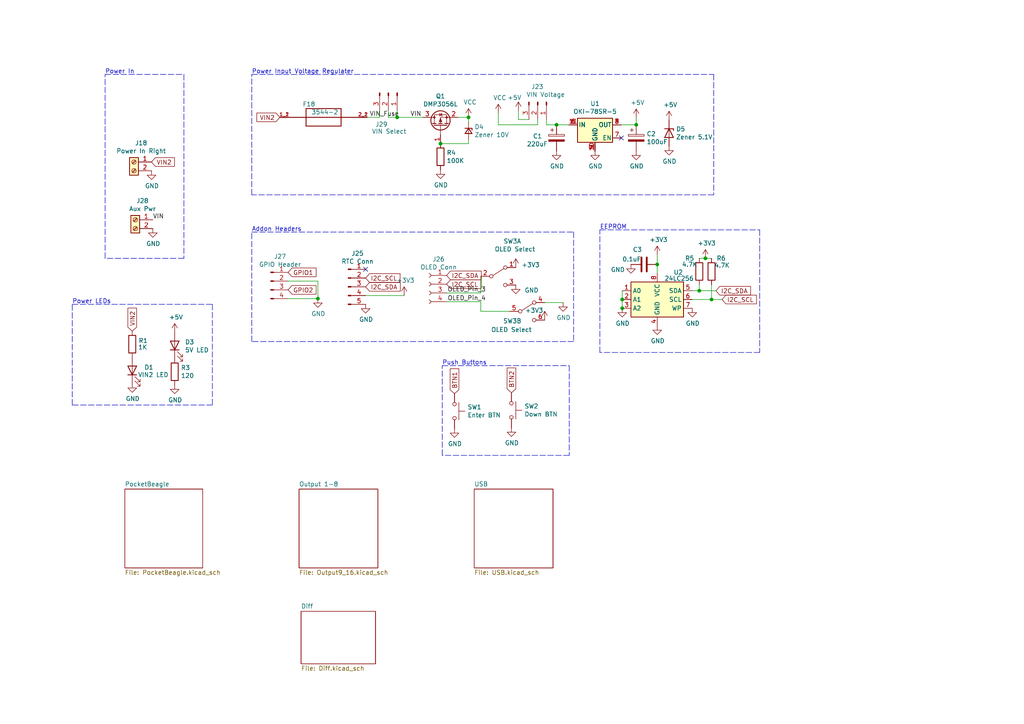
<source format=kicad_sch>
(kicad_sch (version 20211123) (generator eeschema)
  (paper "A4")
  (title_block (title "PB 8") (date "2022-06-05") (rev "v1") (company "Scott Hanson"))
  (lib_symbols
    (symbol "Connector:Conn_01x03_Male" (pin_names (offset 1.016) hide)
      (property "Reference" "J" (at 0 5.08 0))
      (property "Value" "Conn_01x03_Male" (at 0 -5.08 0))
      (symbol "Conn_01x03_Male_1_1"
        (polyline (pts (xy 1.27 -2.54) (xy 0.8636 -2.54)) (stroke (width 0.1524)))
        (polyline (pts (xy 1.27 0) (xy 0.8636 0)) (stroke (width 0.1524)))
        (polyline (pts (xy 1.27 2.54) (xy 0.8636 2.54)) (stroke (width 0.1524)))
        (rectangle (start 0.8636 -2.413) (end 0 -2.667) (stroke (width 0.1524)) (fill (type outline)))
        (rectangle (start 0.8636 0.127) (end 0 -0.127) (stroke (width 0.1524)) (fill (type outline)))
        (rectangle (start 0.8636 2.667) (end 0 2.413) (stroke (width 0.1524)) (fill (type outline)))
        (pin passive line (at 5.08 2.54 180) (length 3.81) (name "Pin_1") (number "1"))
        (pin passive line (at 5.08 0 180) (length 3.81) (name "Pin_2") (number "2"))
        (pin passive line (at 5.08 -2.54 180) (length 3.81) (name "Pin_3") (number "3"))
      )
    )
    (symbol "Connector:Conn_01x04_Female" (pin_names (offset 1.016) hide)
      (property "Reference" "J" (at 0 5.08 0))
      (property "Value" "Conn_01x04_Female" (at 0 -7.62 0))
      (symbol "Conn_01x04_Female_1_1"
        (arc (start 0 -4.572) (mid -0.508 -5.08) (end 0 -5.588) (stroke (width 0.1524)))
        (arc (start 0 -2.032) (mid -0.508 -2.54) (end 0 -3.048) (stroke (width 0.1524)))
        (polyline (pts (xy -1.27 -5.08) (xy -0.508 -5.08)) (stroke (width 0.1524)))
        (polyline (pts (xy -1.27 -2.54) (xy -0.508 -2.54)) (stroke (width 0.1524)))
        (polyline (pts (xy -1.27 0) (xy -0.508 0)) (stroke (width 0.1524)))
        (polyline (pts (xy -1.27 2.54) (xy -0.508 2.54)) (stroke (width 0.1524)))
        (arc (start 0 0.508) (mid -0.508 0) (end 0 -0.508) (stroke (width 0.1524)))
        (arc (start 0 3.048) (mid -0.508 2.54) (end 0 2.032) (stroke (width 0.1524)))
        (pin passive line (at -5.08 2.54 0) (length 3.81) (name "Pin_1") (number "1"))
        (pin passive line (at -5.08 0 0) (length 3.81) (name "Pin_2") (number "2"))
        (pin passive line (at -5.08 -2.54 0) (length 3.81) (name "Pin_3") (number "3"))
        (pin passive line (at -5.08 -5.08 0) (length 3.81) (name "Pin_4") (number "4"))
      )
    )
    (symbol "Connector:Conn_01x04_Male" (pin_names (offset 1.016) hide)
      (property "Reference" "J" (at 0 5.08 0))
      (property "Value" "Conn_01x04_Male" (at 0 -7.62 0))
      (symbol "Conn_01x04_Male_1_1"
        (polyline (pts (xy 1.27 -5.08) (xy 0.8636 -5.08)) (stroke (width 0.1524)))
        (polyline (pts (xy 1.27 -2.54) (xy 0.8636 -2.54)) (stroke (width 0.1524)))
        (polyline (pts (xy 1.27 0) (xy 0.8636 0)) (stroke (width 0.1524)))
        (polyline (pts (xy 1.27 2.54) (xy 0.8636 2.54)) (stroke (width 0.1524)))
        (rectangle (start 0.8636 -4.953) (end 0 -5.207) (stroke (width 0.1524)) (fill (type outline)))
        (rectangle (start 0.8636 -2.413) (end 0 -2.667) (stroke (width 0.1524)) (fill (type outline)))
        (rectangle (start 0.8636 0.127) (end 0 -0.127) (stroke (width 0.1524)) (fill (type outline)))
        (rectangle (start 0.8636 2.667) (end 0 2.413) (stroke (width 0.1524)) (fill (type outline)))
        (pin passive line (at 5.08 2.54 180) (length 3.81) (name "Pin_1") (number "1"))
        (pin passive line (at 5.08 0 180) (length 3.81) (name "Pin_2") (number "2"))
        (pin passive line (at 5.08 -2.54 180) (length 3.81) (name "Pin_3") (number "3"))
        (pin passive line (at 5.08 -5.08 180) (length 3.81) (name "Pin_4") (number "4"))
      )
    )
    (symbol "Connector:Conn_01x05_Male" (pin_names (offset 1.016) hide)
      (property "Reference" "J" (at 0 7.62 0))
      (property "Value" "Conn_01x05_Male" (at 0 -7.62 0))
      (symbol "Conn_01x05_Male_1_1"
        (polyline (pts (xy 1.27 -5.08) (xy 0.8636 -5.08)) (stroke (width 0.1524)))
        (polyline (pts (xy 1.27 -2.54) (xy 0.8636 -2.54)) (stroke (width 0.1524)))
        (polyline (pts (xy 1.27 0) (xy 0.8636 0)) (stroke (width 0.1524)))
        (polyline (pts (xy 1.27 2.54) (xy 0.8636 2.54)) (stroke (width 0.1524)))
        (polyline (pts (xy 1.27 5.08) (xy 0.8636 5.08)) (stroke (width 0.1524)))
        (rectangle (start 0.8636 -4.953) (end 0 -5.207) (stroke (width 0.1524)) (fill (type outline)))
        (rectangle (start 0.8636 -2.413) (end 0 -2.667) (stroke (width 0.1524)) (fill (type outline)))
        (rectangle (start 0.8636 0.127) (end 0 -0.127) (stroke (width 0.1524)) (fill (type outline)))
        (rectangle (start 0.8636 2.667) (end 0 2.413) (stroke (width 0.1524)) (fill (type outline)))
        (rectangle (start 0.8636 5.207) (end 0 4.953) (stroke (width 0.1524)) (fill (type outline)))
        (pin passive line (at 5.08 5.08 180) (length 3.81) (name "Pin_1") (number "1"))
        (pin passive line (at 5.08 2.54 180) (length 3.81) (name "Pin_2") (number "2"))
        (pin passive line (at 5.08 0 180) (length 3.81) (name "Pin_3") (number "3"))
        (pin passive line (at 5.08 -2.54 180) (length 3.81) (name "Pin_4") (number "4"))
        (pin passive line (at 5.08 -5.08 180) (length 3.81) (name "Pin_5") (number "5"))
      )
    )
    (symbol "Connector:Screw_Terminal_01x02" (pin_names (offset 1.016) hide)
      (property "Reference" "J" (at 0 2.54 0))
      (property "Value" "Screw_Terminal_01x02" (at 0 -5.08 0))
      (symbol "Screw_Terminal_01x02_1_1"
        (rectangle (start -1.27 1.27) (end 1.27 -3.81) (stroke (width 0.254)) (fill (type background)))
        (circle (center 0 -2.54) (radius 0.635) (stroke (width 0.1524)))
        (polyline (pts (xy -0.5334 -2.2098) (xy 0.3302 -3.048)) (stroke (width 0.1524)))
        (polyline (pts (xy -0.5334 0.3302) (xy 0.3302 -0.508)) (stroke (width 0.1524)))
        (polyline (pts (xy -0.3556 -2.032) (xy 0.508 -2.8702)) (stroke (width 0.1524)))
        (polyline (pts (xy -0.3556 0.508) (xy 0.508 -0.3302)) (stroke (width 0.1524)))
        (circle (center 0 0) (radius 0.635) (stroke (width 0.1524)))
        (pin passive line (at -5.08 0 0) (length 3.81) (name "Pin_1") (number "1"))
        (pin passive line (at -5.08 -2.54 0) (length 3.81) (name "Pin_2") (number "2"))
      )
    )
    (symbol "Device:C" (pin_numbers hide) (pin_names (offset 0.254))
      (property "Reference" "C" (at 0.635 2.54 0))
      (property "Value" "C" (at 0.635 -2.54 0))
      (symbol "C_0_1"
        (polyline (pts (xy -2.032 -0.762) (xy 2.032 -0.762)) (stroke (width 0.508)))
        (polyline (pts (xy -2.032 0.762) (xy 2.032 0.762)) (stroke (width 0.508)))
      )
      (symbol "C_1_1"
        (pin passive line (at 0 3.81 270) (length 2.794) (name "~") (number "1"))
        (pin passive line (at 0 -3.81 90) (length 2.794) (name "~") (number "2"))
      )
    )
    (symbol "Device:D_Zener" (pin_numbers hide) (pin_names (offset 1.016) hide)
      (property "Reference" "D" (at 0 2.54 0))
      (property "Value" "D_Zener" (at 0 -2.54 0))
      (symbol "D_Zener_0_1"
        (polyline (pts (xy 1.27 0) (xy -1.27 0)))
        (polyline (pts (xy -1.27 -1.27) (xy -1.27 1.27) (xy -0.762 1.27)) (stroke (width 0.254)))
        (polyline (pts (xy 1.27 -1.27) (xy 1.27 1.27) (xy -1.27 0) (xy 1.27 -1.27)) (stroke (width 0.254)))
      )
      (symbol "D_Zener_1_1"
        (pin passive line (at -3.81 0 0) (length 2.54) (name "K") (number "1"))
        (pin passive line (at 3.81 0 180) (length 2.54) (name "A") (number "2"))
      )
    )
    (symbol "Device:D_Zener_Small" (pin_numbers hide) (pin_names (offset 0.254) hide)
      (property "Reference" "D" (at 0 2.286 0))
      (property "Value" "D_Zener_Small" (at 0 -2.286 0))
      (symbol "D_Zener_Small_0_1"
        (polyline (pts (xy 0.762 0) (xy -0.762 0)))
        (polyline (pts (xy -0.254 1.016) (xy -0.762 1.016) (xy -0.762 -1.016)) (stroke (width 0.254)))
        (polyline (pts (xy 0.762 1.016) (xy -0.762 0) (xy 0.762 -1.016) (xy 0.762 1.016)) (stroke (width 0.254)))
      )
      (symbol "D_Zener_Small_1_1"
        (pin passive line (at -2.54 0 0) (length 1.778) (name "K") (number "1"))
        (pin passive line (at 2.54 0 180) (length 1.778) (name "A") (number "2"))
      )
    )
    (symbol "Device:LED" (pin_numbers hide) (pin_names (offset 1.016) hide)
      (property "Reference" "D" (at 0 2.54 0))
      (property "Value" "LED" (at 0 -2.54 0))
      (symbol "LED_0_1"
        (polyline (pts (xy -1.27 -1.27) (xy -1.27 1.27)) (stroke (width 0.254)))
        (polyline (pts (xy -1.27 0) (xy 1.27 0)))
        (polyline (pts (xy 1.27 -1.27) (xy 1.27 1.27) (xy -1.27 0) (xy 1.27 -1.27)) (stroke (width 0.254)))
        (polyline (pts (xy -3.048 -0.762) (xy -4.572 -2.286) (xy -3.81 -2.286) (xy -4.572 -2.286) (xy -4.572 -1.524)))
        (polyline (pts (xy -1.778 -0.762) (xy -3.302 -2.286) (xy -2.54 -2.286) (xy -3.302 -2.286) (xy -3.302 -1.524)))
      )
      (symbol "LED_1_1"
        (pin passive line (at -3.81 0 0) (length 2.54) (name "K") (number "1"))
        (pin passive line (at 3.81 0 180) (length 2.54) (name "A") (number "2"))
      )
    )
    (symbol "Device:Q_PMOS_GSD" (pin_names (offset 0) hide)
      (property "Reference" "Q" (at 5.08 1.27 0))
      (property "Value" "Q_PMOS_GSD" (at 5.08 -1.27 0))
      (symbol "Q_PMOS_GSD_0_1"
        (polyline (pts (xy 0.254 0) (xy -2.54 0)))
        (polyline (pts (xy 0.254 1.905) (xy 0.254 -1.905)) (stroke (width 0.254)))
        (polyline (pts (xy 0.762 -1.27) (xy 0.762 -2.286)) (stroke (width 0.254)))
        (polyline (pts (xy 0.762 0.508) (xy 0.762 -0.508)) (stroke (width 0.254)))
        (polyline (pts (xy 0.762 2.286) (xy 0.762 1.27)) (stroke (width 0.254)))
        (polyline (pts (xy 2.54 2.54) (xy 2.54 1.778)))
        (polyline (pts (xy 2.54 -2.54) (xy 2.54 0) (xy 0.762 0)))
        (polyline (pts (xy 0.762 1.778) (xy 3.302 1.778) (xy 3.302 -1.778) (xy 0.762 -1.778)))
        (polyline (pts (xy 2.286 0) (xy 1.27 0.381) (xy 1.27 -0.381) (xy 2.286 0)) (fill (type outline)))
        (polyline (pts (xy 2.794 -0.508) (xy 2.921 -0.381) (xy 3.683 -0.381) (xy 3.81 -0.254)))
        (polyline (pts (xy 3.302 -0.381) (xy 2.921 0.254) (xy 3.683 0.254) (xy 3.302 -0.381)))
        (circle (center 1.651 0) (radius 2.794) (stroke (width 0.254)))
        (circle (center 2.54 -1.778) (radius 0.254) (fill (type outline)))
        (circle (center 2.54 1.778) (radius 0.254) (fill (type outline)))
      )
      (symbol "Q_PMOS_GSD_1_1"
        (pin input line (at -5.08 0 0) (length 2.54) (name "G") (number "1"))
        (pin passive line (at 2.54 -5.08 90) (length 2.54) (name "S") (number "2"))
        (pin passive line (at 2.54 5.08 270) (length 2.54) (name "D") (number "3"))
      )
    )
    (symbol "Device:R" (pin_numbers hide) (pin_names (offset 0))
      (property "Reference" "R" (at 2.032 0 90))
      (property "Value" "R" (at 0 0 90))
      (symbol "R_0_1"
        (rectangle (start -1.016 -2.54) (end 1.016 2.54) (stroke (width 0.254)))
      )
      (symbol "R_1_1"
        (pin passive line (at 0 3.81 270) (length 1.27) (name "~") (number "1"))
        (pin passive line (at 0 -3.81 90) (length 1.27) (name "~") (number "2"))
      )
    )
    (symbol "Memory_EEPROM:24LC256"
      (property "Reference" "U" (at -6.35 6.35 0))
      (property "Value" "24LC256" (at 1.27 6.35 0))
      (symbol "24LC256_1_1"
        (rectangle (start -7.62 5.08) (end 7.62 -5.08) (stroke (width 0.254)) (fill (type background)))
        (pin input line (at -10.16 2.54 0) (length 2.54) (name "A0") (number "1"))
        (pin input line (at -10.16 0 0) (length 2.54) (name "A1") (number "2"))
        (pin input line (at -10.16 -2.54 0) (length 2.54) (name "A2") (number "3"))
        (pin power_in line (at 0 -7.62 90) (length 2.54) (name "GND") (number "4"))
        (pin bidirectional line (at 10.16 2.54 180) (length 2.54) (name "SDA") (number "5"))
        (pin input line (at 10.16 0 180) (length 2.54) (name "SCL") (number "6"))
        (pin input line (at 10.16 -2.54 180) (length 2.54) (name "WP") (number "7"))
        (pin power_in line (at 0 7.62 270) (length 2.54) (name "VCC") (number "8"))
      )
    )
    (symbol "PB_16-rescue:3544-2-Keystone_Fuse" (pin_names (offset 1.016) hide)
      (property "Reference" "F" (at -5.08 3.302 0))
      (property "Value" "3544-2-Keystone_Fuse" (at -5.08 -5.08 0))
      (symbol "3544-2-Keystone_Fuse_0_0"
        (polyline (pts (xy -12.7 0) (xy 12.7 0)) (stroke (width 0.254)))
        (polyline (pts (xy -5.08 -2.54) (xy -5.08 2.54)) (stroke (width 0.254)))
        (polyline (pts (xy -5.08 2.54) (xy 5.08 2.54)) (stroke (width 0.254)))
        (polyline (pts (xy 5.08 -2.54) (xy -5.08 -2.54)) (stroke (width 0.254)))
        (polyline (pts (xy 5.08 2.54) (xy 5.08 -2.54)) (stroke (width 0.254)))
        (pin passive line (at -12.7 0 0) (length 2.54) (name "1") (number "1_1"))
        (pin passive line (at -12.7 0 0) (length 2.54) (name "1") (number "1_2"))
        (pin passive line (at 12.7 0 180) (length 2.54) (name "2") (number "2_1"))
        (pin passive line (at 12.7 0 180) (length 2.54) (name "2") (number "2_2"))
      )
    )
    (symbol "PB_16-rescue:CP-Device" (pin_numbers hide) (pin_names (offset 0.254))
      (property "Reference" "C" (at 0.635 2.54 0))
      (property "Value" "CP-Device" (at 0.635 -2.54 0))
      (symbol "CP-Device_0_1"
        (rectangle (start -2.286 0.508) (end 2.286 1.016))
        (polyline (pts (xy -1.778 2.286) (xy -0.762 2.286)))
        (polyline (pts (xy -1.27 2.794) (xy -1.27 1.778)))
        (rectangle (start 2.286 -0.508) (end -2.286 -1.016) (fill (type outline)))
      )
      (symbol "CP-Device_1_1"
        (pin passive line (at 0 3.81 270) (length 2.794) (name "~") (number "1"))
        (pin passive line (at 0 -3.81 90) (length 2.794) (name "~") (number "2"))
      )
    )
    (symbol "Scotts:Universe5V" (pin_names (offset 0.254))
      (property "Reference" "U" (at -3.81 3.175 0))
      (property "Value" "Universe5V" (at 0 3.175 0))
      (symbol "Universe5V_0_0"
        (pin power_in line (at 0 -7.62 90) (length 2.54) (name "GND") (number "10"))
        (pin power_in line (at -7.62 0 0) (length 2.54) (name "IN") (number "11"))
        (pin power_out line (at 7.62 0 180) (length 2.54) (name "OUT") (number "4"))
        (pin power_in line (at 0 -7.62 90) (length 2.54) (name "GND") (number "5"))
        (pin power_in line (at -7.62 0 0) (length 2.54) (name "IN") (number "6"))
        (pin output line (at 7.62 -3.81 180) (length 2.54) (name "EN") (number "7"))
        (pin power_out line (at 7.62 0 180) (length 2.54) (name "OUT") (number "8"))
        (pin power_in line (at 0 -7.62 90) (length 2.54) (name "GND") (number "9"))
      )
      (symbol "Universe5V_0_1"
        (rectangle (start -5.08 1.905) (end 5.08 -5.08) (stroke (width 0.254)) (fill (type background)))
      )
      (symbol "Universe5V_1_1"
        (pin power_in line (at -7.62 0 0) (length 2.54) (name "IN") (number "1"))
        (pin power_in line (at 0 -7.62 90) (length 2.54) (name "GND") (number "2"))
        (pin power_out line (at 7.62 0 180) (length 2.54) (name "OUT") (number "3"))
      )
    )
    (symbol "Switch:SW_DPDT_x2" (pin_names (offset 0) hide)
      (property "Reference" "SW" (at 0 4.318 0))
      (property "Value" "SW_DPDT_x2" (at 0 -5.08 0))
      (symbol "SW_DPDT_x2_0_0"
        (circle (center -2.032 0) (radius 0.508))
        (circle (center 2.032 -2.54) (radius 0.508))
      )
      (symbol "SW_DPDT_x2_0_1"
        (polyline (pts (xy -1.524 0.254) (xy 1.651 2.286)))
        (circle (center 2.032 2.54) (radius 0.508))
      )
      (symbol "SW_DPDT_x2_1_1"
        (pin passive line (at 5.08 2.54 180) (length 2.54) (name "A") (number "1"))
        (pin passive line (at -5.08 0 0) (length 2.54) (name "B") (number "2"))
        (pin passive line (at 5.08 -2.54 180) (length 2.54) (name "C") (number "3"))
      )
      (symbol "SW_DPDT_x2_2_1"
        (pin passive line (at 5.08 2.54 180) (length 2.54) (name "A") (number "4"))
        (pin passive line (at -5.08 0 0) (length 2.54) (name "B") (number "5"))
        (pin passive line (at 5.08 -2.54 180) (length 2.54) (name "C") (number "6"))
      )
    )
    (symbol "Switch:SW_Push" (pin_numbers hide) (pin_names (offset 1.016) hide)
      (property "Reference" "SW" (at 1.27 2.54 0))
      (property "Value" "SW_Push" (at 0 -1.524 0))
      (symbol "SW_Push_0_1"
        (circle (center -2.032 0) (radius 0.508))
        (polyline (pts (xy 0 1.27) (xy 0 3.048)))
        (polyline (pts (xy 2.54 1.27) (xy -2.54 1.27)))
        (circle (center 2.032 0) (radius 0.508))
        (pin passive line (at -5.08 0 0) (length 2.54) (name "1") (number "1"))
        (pin passive line (at 5.08 0 180) (length 2.54) (name "2") (number "2"))
      )
    )
    (symbol "power:+3.3V" (power) (pin_names (offset 0))
      (property "Value" "+3.3V" (at 0 3.556 0))
      (symbol "+3.3V_0_1"
        (polyline (pts (xy -0.762 1.27) (xy 0 2.54)))
        (polyline (pts (xy 0 0) (xy 0 2.54)))
        (polyline (pts (xy 0 2.54) (xy 0.762 1.27)))
      )
      (symbol "+3.3V_1_1"
        (pin power_in line (at 0 0 90) (length 0) hide (name "+3V3") (number "1"))
      )
    )
    (symbol "power:+5V" (power) (pin_names (offset 0))
      (property "Value" "+5V" (at 0 3.556 0))
      (symbol "+5V_0_1"
        (polyline (pts (xy -0.762 1.27) (xy 0 2.54)))
        (polyline (pts (xy 0 0) (xy 0 2.54)))
        (polyline (pts (xy 0 2.54) (xy 0.762 1.27)))
      )
      (symbol "+5V_1_1"
        (pin power_in line (at 0 0 90) (length 0) hide (name "+5V") (number "1"))
      )
    )
    (symbol "power:GND" (power) (pin_names (offset 0))
      (property "Value" "GND" (at 0 -3.81 0))
      (symbol "GND_0_1"
        (polyline (pts (xy 0 0) (xy 0 -1.27) (xy 1.27 -1.27) (xy 0 -2.54) (xy -1.27 -1.27) (xy 0 -1.27)))
      )
      (symbol "GND_1_1"
        (pin power_in line (at 0 0 270) (length 0) hide (name "GND") (number "1"))
      )
    )
    (symbol "power:VCC" (power) (pin_names (offset 0))
      (property "Value" "VCC" (at 0 3.81 0))
      (symbol "VCC_0_1"
        (polyline (pts (xy -0.762 1.27) (xy 0 2.54)))
        (polyline (pts (xy 0 0) (xy 0 2.54)))
        (polyline (pts (xy 0 2.54) (xy 0.762 1.27)))
      )
      (symbol "VCC_1_1"
        (pin power_in line (at 0 0 90) (length 0) hide (name "VCC") (number "1"))
      )
    )
  )
  (junction (at 202.819 84.328))
  (junction (at 115.189 34.036))
  (junction (at 206.375 86.868))
  (junction (at 190.627 76.708))
  (junction (at 204.597 74.93))
  (junction (at 184.531 36.195))
  (junction (at 161.417 36.195))
  (junction (at 180.467 86.868))
  (junction (at 127.762 41.656))
  (junction (at 135.89 34.036))
  (junction (at 92.202 86.614))
  (junction (at 180.467 89.408))
  (no_connect (at 180.213 40.005))
  (no_connect (at 106.045 78.105))
  (polyline (pts (xy 20.955 117.475) (xy 20.955 88.265)))
  (polyline (pts (xy 128.27 106.045) (xy 165.1 106.045)))
  (wire (pts (xy 209.423 86.868) (xy 206.375 86.868)))
  (polyline (pts (xy 165.1 106.045) (xy 165.1 132.08)))
  (polyline (pts (xy 73.025 56.515) (xy 73.025 21.59)))
  (wire (pts (xy 206.375 74.93) (xy 204.597 74.93)))
  (wire (pts (xy 180.213 36.195) (xy 184.531 36.195)))
  (wire (pts (xy 202.819 84.328) (xy 207.645 84.328)))
  (polyline (pts (xy 166.37 67.31) (xy 166.37 99.06)))
  (wire (pts (xy 106.045 85.725) (xy 117.221 85.725)))
  (wire (pts (xy 204.597 74.93) (xy 202.819 74.93)))
  (polyline (pts (xy 73.025 67.31) (xy 166.37 67.31)))
  (wire (pts (xy 110.109 34.036) (xy 110.109 32.004)))
  (wire (pts (xy 139.446 80.137) (xy 139.446 84.963)))
  (wire (pts (xy 184.531 36.195) (xy 184.531 34.163)))
  (wire (pts (xy 200.787 84.328) (xy 202.819 84.328)))
  (wire (pts (xy 135.89 34.036) (xy 135.89 35.433)))
  (polyline (pts (xy 128.27 132.08) (xy 128.27 106.045)))
  (wire (pts (xy 155.956 34.671) (xy 155.956 36.195)))
  (wire (pts (xy 180.467 84.328) (xy 180.467 86.868)))
  (polyline (pts (xy 165.1 132.08) (xy 128.27 132.08)))
  (wire (pts (xy 180.467 86.868) (xy 180.467 89.408)))
  (wire (pts (xy 110.109 34.036) (xy 106.553 34.036)))
  (polyline (pts (xy 220.345 66.675) (xy 220.345 102.235)))
  (polyline (pts (xy 173.99 102.235) (xy 173.99 66.675)))
  (wire (pts (xy 112.649 34.036) (xy 112.649 32.004)))
  (polyline (pts (xy 30.48 74.93) (xy 30.48 21.59)))
  (polyline (pts (xy 61.595 117.475) (xy 20.955 117.475)))
  (polyline (pts (xy 20.955 88.265) (xy 61.595 88.265)))
  (wire (pts (xy 158.496 34.671) (xy 158.496 36.195)))
  (wire (pts (xy 139.446 87.503) (xy 139.446 90.297)))
  (wire (pts (xy 206.375 82.55) (xy 206.375 86.868)))
  (wire (pts (xy 190.627 73.914) (xy 190.627 76.708)))
  (wire (pts (xy 83.566 81.534) (xy 92.202 81.534)))
  (polyline (pts (xy 166.37 99.06) (xy 73.025 99.06)))
  (polyline (pts (xy 207.01 21.59) (xy 207.01 56.515)))
  (wire (pts (xy 115.189 34.036) (xy 122.682 34.036)))
  (wire (pts (xy 92.202 81.534) (xy 92.202 86.614)))
  (wire (pts (xy 132.842 34.036) (xy 135.89 34.036)))
  (wire (pts (xy 129.54 87.503) (xy 139.446 87.503)))
  (wire (pts (xy 129.54 84.963) (xy 139.446 84.963)))
  (wire (pts (xy 112.649 34.036) (xy 115.189 34.036)))
  (wire (pts (xy 150.368 34.671) (xy 153.416 34.671)))
  (wire (pts (xy 135.89 40.513) (xy 135.89 41.656)))
  (wire (pts (xy 161.417 36.195) (xy 164.973 36.195)))
  (polyline (pts (xy 61.595 88.265) (xy 61.595 117.475)))
  (wire (pts (xy 163.322 87.757) (xy 157.988 87.757)))
  (wire (pts (xy 147.828 90.297) (xy 139.446 90.297)))
  (polyline (pts (xy 73.025 21.59) (xy 207.01 21.59)))
  (polyline (pts (xy 173.99 66.675) (xy 220.345 66.675)))
  (polyline (pts (xy 73.025 99.06) (xy 73.025 67.31)))
  (wire (pts (xy 158.496 36.195) (xy 161.417 36.195)))
  (wire (pts (xy 115.189 32.004) (xy 115.189 34.036)))
  (polyline (pts (xy 53.34 21.59) (xy 53.34 74.93)))
  (wire (pts (xy 135.89 41.656) (xy 127.762 41.656)))
  (wire (pts (xy 190.627 76.708) (xy 190.627 79.248)))
  (polyline (pts (xy 220.345 102.235) (xy 173.99 102.235)))
  (wire (pts (xy 155.956 36.195) (xy 144.526 36.195)))
  (wire (pts (xy 206.375 86.868) (xy 200.787 86.868)))
  (polyline (pts (xy 207.01 56.515) (xy 73.025 56.515)))
  (polyline (pts (xy 30.48 21.59) (xy 53.34 21.59)))
  (wire (pts (xy 150.368 32.131) (xy 150.368 34.671)))
  (polyline (pts (xy 53.34 74.93) (xy 30.48 74.93)))
  (wire (pts (xy 144.526 36.195) (xy 144.526 32.766)))
  (wire (pts (xy 202.819 82.55) (xy 202.819 84.328)))
  (wire (pts (xy 92.202 86.614) (xy 83.566 86.614)))
  (text "Power Input Voltage Regulater" (at 73.025 21.59 0) (effects (font (size 1.27 1.27)) (justify left bottom)))
  (text "Push Buttons" (at 128.27 106.045 0) (effects (font (size 1.27 1.27)) (justify left bottom)))
  (text "Power LEDs" (at 20.955 88.265 0) (effects (font (size 1.27 1.27)) (justify left bottom)))
  (text "EEPROM" (at 173.99 66.675 0) (effects (font (size 1.27 1.27)) (justify left bottom)))
  (text "Power In" (at 30.48 21.59 0) (effects (font (size 1.27 1.27)) (justify left bottom)))
  (text "Addon Headers" (at 73.025 67.31 0) (effects (font (size 1.27 1.27)) (justify left bottom)))
  (label "OLED_Pin_4" (at 129.794 87.503 0))
  (label "VIN" (at 118.999 34.036 0))
  (label "OLED_Pin_3" (at 129.794 84.963 0))
  (label "VIN_Fuse" (at 107.188 34.036 0))
  (label "VIN" (at 44.323 63.754 0))
  (global_label "VIN2" (shape input) (at 38.354 96.012 90) (property "Intersheet References" "${INTERSHEET_REFS}" (effects hide)))
  (global_label "I2C_SDA" (shape input) (at 207.645 84.328 0) (property "Intersheet References" "${INTERSHEET_REFS}" (effects hide)))
  (global_label "I2C_SDA" (shape input) (at 129.54 79.883 0) (property "Intersheet References" "${INTERSHEET_REFS}" (effects hide)))
  (global_label "I2C_SCL" (shape input) (at 129.54 82.423 0) (property "Intersheet References" "${INTERSHEET_REFS}" (effects hide)))
  (global_label "I2C_SCL" (shape input) (at 209.423 86.868 0) (property "Intersheet References" "${INTERSHEET_REFS}" (effects hide)))
  (global_label "GPIO1" (shape input) (at 83.566 78.994 0) (property "Intersheet References" "${INTERSHEET_REFS}" (effects hide)))
  (global_label "VIN2" (shape input) (at 81.153 34.036 180) (property "Intersheet References" "${INTERSHEET_REFS}" (effects hide)))
  (global_label "I2C_SCL" (shape input) (at 106.045 80.645 0) (property "Intersheet References" "${INTERSHEET_REFS}" (effects hide)))
  (global_label "GPIO2" (shape input) (at 83.566 84.074 0) (property "Intersheet References" "${INTERSHEET_REFS}" (effects hide)))
  (global_label "BTN1" (shape input) (at 131.826 114.173 90) (property "Intersheet References" "${INTERSHEET_REFS}" (effects hide)))
  (global_label "I2C_SDA" (shape input) (at 106.045 83.185 0) (property "Intersheet References" "${INTERSHEET_REFS}" (effects hide)))
  (global_label "VIN2" (shape input) (at 43.942 46.99 0) (property "Intersheet References" "${INTERSHEET_REFS}" (effects hide)))
  (global_label "BTN2" (shape input) (at 148.336 113.919 90) (property "Intersheet References" "${INTERSHEET_REFS}" (effects hide)))
  (symbol (lib_id "Scotts:Universe5V") (at 172.593 36.195 0) (unit 1)
    (property "Reference" "U1" (at 172.593 30.0482 0))
    (property "Value" "OKI-78SR-5" (at 172.593 32.3596 0))
    (property "Footprint" "Scotts:Universal_5V_Horizontal" (effects hide))
    (property "Datasheet" "http://www.fairchildsemi.com/ds/LM/LM7805.pdf" (effects hide))
    (property "Digi-Key_PN" "811-2196-5-ND" (effects hide))
    (property "MPN" "OKI-78SR-5/1.5-W36-C" (effects hide))
  )
  (symbol (lib_id "PB_16-rescue:CP-Device") (at 184.531 40.005 0) (unit 1)
    (property "Reference" "C2" (at 187.5282 38.8366 0) (effects (justify left)))
    (property "Value" "100uF" (at 187.5282 41.148 0) (effects (justify left)))
    (property "Footprint" "Capacitor_SMD:CP_Elec_6.3x5.4_Nichicon" (effects hide))
    (property "Digi-Key_PN" "493-2105-1-ND" (effects hide))
    (property "MPN" "UWX1C101MCL1GB" (effects hide))
    (property "LCSC" "C134723" (effects hide))
  )
  (symbol (lib_id "PB_16-rescue:CP-Device") (at 161.417 40.005 0) (unit 1)
    (property "Reference" "C1" (at 154.559 39.497 0) (effects (justify left)))
    (property "Value" "220uF" (at 152.781 41.783 0) (effects (justify left)))
    (property "Footprint" "Capacitor_THT:CP_Radial_D10.0mm_P5.00mm" (effects hide))
    (property "Digi-Key_PN" "P5183-ND" (effects hide))
    (property "MPN" "ECA-1HM221" (effects hide))
    (property "LCSC" "C338228" (effects hide))
  )
  (symbol (lib_id "power:GND") (at 172.593 43.815 0) (unit 1)
    (property "Reference" "#PWR022" (effects hide))
    (property "Value" "GND" (at 172.72 48.2092 0))
  )
  (symbol (lib_id "power:GND") (at 184.531 43.815 0) (unit 1)
    (property "Reference" "#PWR025" (effects hide))
    (property "Value" "GND" (at 184.658 48.2092 0))
  )
  (symbol (lib_id "power:GND") (at 161.417 43.815 0) (unit 1)
    (property "Reference" "#PWR020" (effects hide))
    (property "Value" "GND" (at 161.544 48.2092 0))
  )
  (symbol (lib_id "power:+5V") (at 184.531 34.163 0) (unit 1)
    (property "Reference" "#PWR024" (effects hide))
    (property "Value" "+5V" (at 184.912 29.7688 0))
  )
  (symbol (lib_id "PB_16-rescue:3544-2-Keystone_Fuse") (at 93.853 34.036 0) (unit 1)
    (property "Reference" "F18" (at 87.757 30.226 0) (effects (justify left)))
    (property "Value" "3544-2" (at 90.297 32.512 0) (effects (justify left)))
    (property "Footprint" "Scotts:FUSE_3544-2" (effects hide))
    (property "Field4" "3544-2" (effects hide))
    (property "Field5" "None" (effects hide))
    (property "Field6" "Unavailable" (effects hide))
    (property "Field7" "Fuse Clip; 500 VAC; 30 A; PCB; For 0.110 in. x 0.032 in. mini blade fuses" (effects hide))
    (property "Field8" "Keystone Electronics" (effects hide))
    (property "Digi-Key_PN" "36-3544-2-ND" (effects hide))
    (property "MPN" "3544-2" (effects hide))
    (property "LCSC" "C492610" (effects hide))
  )
  (symbol (lib_id "Device:D_Zener") (at 194.056 38.608 270) (unit 1)
    (property "Reference" "D5" (at 196.0626 37.4396 90) (effects (justify left)))
    (property "Value" "Zener 5.1V" (at 196.0626 39.751 90) (effects (justify left)))
    (property "Footprint" "Diode_SMD:D_SOD-123" (effects hide))
    (property "Digi-Key_PN" "MMSZ5231B-FDICT-ND" (effects hide))
    (property "MPN" "MMSZ5231B-7-F" (effects hide))
    (property "LCSC" "C173407" (effects hide))
  )
  (symbol (lib_id "power:+5V") (at 194.056 34.798 0) (unit 1)
    (property "Reference" "#PWR029" (effects hide))
    (property "Value" "+5V" (at 194.437 30.4038 0))
  )
  (symbol (lib_id "power:GND") (at 194.056 42.418 0) (unit 1)
    (property "Reference" "#PWR030" (effects hide))
    (property "Value" "GND" (at 194.183 46.8122 0))
  )
  (symbol (lib_id "Connector:Conn_01x03_Male") (at 155.956 29.591 270) (unit 1)
    (property "Reference" "J23" (at 154.051 25.146 90) (effects (justify left)))
    (property "Value" "VIN Voltage" (at 152.654 27.432 90) (effects (justify left)))
    (property "Footprint" "Connector_PinHeader_2.54mm:PinHeader_1x03_P2.54mm_Vertical" (effects hide))
    (property "Digi-Key_PN" "732-5316-ND" (effects hide))
    (property "MPN" "61300311121" (effects hide))
    (property "LCSC" "C49257" (effects hide))
  )
  (symbol (lib_id "power:+5V") (at 150.368 32.131 0) (unit 1)
    (property "Reference" "#PWR018" (effects hide))
    (property "Value" "+5V" (at 149.225 28.321 0))
  )
  (symbol (lib_id "power:GND") (at 43.942 49.53 0) (unit 1)
    (property "Reference" "#PWR04" (effects hide))
    (property "Value" "GND" (at 44.069 53.9242 0))
  )
  (symbol (lib_id "Connector:Conn_01x05_Male") (at 100.965 83.185 0) (unit 1)
    (property "Reference" "J25" (at 103.7082 73.5076 0))
    (property "Value" "RTC Conn" (at 103.7082 75.819 0))
    (property "Footprint" "Connector_PinHeader_2.54mm:PinHeader_1x05_P2.54mm_Vertical" (effects hide))
    (property "Digi-Key_PN" "732-5318-ND" (effects hide))
    (property "MPN" "61300511121" (effects hide))
    (property "LCSC" "C358687" (effects hide))
  )
  (symbol (lib_id "power:GND") (at 106.045 88.265 0) (unit 1)
    (property "Reference" "#PWR09" (effects hide))
    (property "Value" "GND" (at 106.172 92.6592 0))
  )
  (symbol (lib_id "Connector:Conn_01x04_Female") (at 124.46 82.423 0) (mirror y) (unit 1)
    (property "Reference" "J26" (at 127.2032 75.184 0))
    (property "Value" "OLED Conn" (at 127.2032 77.4954 0))
    (property "Footprint" "Connector_PinSocket_2.54mm:PinSocket_1x04_P2.54mm_Vertical" (effects hide))
    (property "Digi-Key_PN" "S7002-ND" (effects hide))
    (property "MPN" "PPTC041LFBN-RC" (effects hide))
    (property "LCSC" "C225501" (effects hide))
  )
  (symbol (lib_id "power:GND") (at 163.322 87.757 0) (unit 1)
    (property "Reference" "#PWR021" (effects hide))
    (property "Value" "GND" (at 163.449 92.1512 0))
  )
  (symbol (lib_id "power:GND") (at 149.606 82.677 0) (unit 1)
    (property "Reference" "#PWR017" (effects hide))
    (property "Value" "GND" (at 154.178 84.201 0))
  )
  (symbol (lib_id "power:+3.3V") (at 157.988 92.837 0) (unit 1)
    (property "Reference" "#PWR019" (effects hide))
    (property "Value" "+3.3V" (at 154.94 90.043 0))
  )
  (symbol (lib_id "power:+3.3V") (at 117.221 85.725 0) (unit 1)
    (property "Reference" "#PWR010" (effects hide))
    (property "Value" "+3.3V" (at 117.602 81.3308 0))
  )
  (symbol (lib_id "power:+3.3V") (at 149.606 77.597 0) (unit 1)
    (property "Reference" "#PWR016" (effects hide))
    (property "Value" "+3.3V" (at 153.924 76.835 0))
  )
  (symbol (lib_id "Switch:SW_DPDT_x2") (at 144.526 80.137 0) (unit 1)
    (property "Reference" "SW3" (at 148.59 69.977 0))
    (property "Value" "OLED Select" (at 149.352 72.263 0))
    (property "Footprint" "Button_Switch_THT:SW_CuK_JS202011CQN_DPDT_Straight" (effects hide))
    (property "MPN" "K3-2235D-F1" (effects hide))
    (property "LCSC" "C189615" (effects hide))
  )
  (symbol (lib_id "Switch:SW_DPDT_x2") (at 152.908 90.297 0) (unit 2)
    (property "Reference" "SW3" (at 148.59 93.091 0))
    (property "Value" "OLED Select" (at 148.336 95.631 0))
    (property "Footprint" "Button_Switch_THT:SW_CuK_JS202011CQN_DPDT_Straight" (effects hide))
    (property "MPN" "K3-2235D-F1" (effects hide))
    (property "LCSC" "C189615" (effects hide))
  )
  (symbol (lib_id "Device:LED") (at 38.354 107.442 90) (unit 1)
    (property "Reference" "D1" (at 43.18 106.553 90))
    (property "Value" "VIN2 LED" (at 44.45 108.712 90))
    (property "Footprint" "LED_SMD:LED_0603_1608Metric_Pad1.05x0.95mm_HandSolder" (effects hide))
    (property "Digi-Key_PN" "160-1436-2-ND" (effects hide))
    (property "MPN" "LTST-C190KRKT" (effects hide))
    (property "LCSC" "C2286" (effects hide))
  )
  (symbol (lib_id "Device:R") (at 38.354 99.822 180) (unit 1)
    (property "Reference" "R1" (at 41.529 98.806 0))
    (property "Value" "1K" (at 41.402 100.711 0))
    (property "Footprint" "Resistor_SMD:R_0603_1608Metric_Pad0.98x0.95mm_HandSolder" (effects hide))
    (property "Digi-Key_PN" "311-1.00KHRTR-ND" (effects hide))
    (property "MPN" "RC0603FR-071KL" (effects hide))
    (property "LCSC" "C21190" (effects hide))
  )
  (symbol (lib_id "power:GND") (at 38.354 111.252 0) (unit 1)
    (property "Reference" "#PWR02" (effects hide))
    (property "Value" "GND" (at 38.481 115.6462 0))
  )
  (symbol (lib_id "Connector:Screw_Terminal_01x02") (at 39.243 63.754 0) (mirror y) (unit 1)
    (property "Reference" "J28" (at 41.3258 58.2422 0))
    (property "Value" "Aux Pwr" (at 41.3258 60.5536 0))
    (property "Footprint" "MKDS1_2-3.81:PHOENIX_MKDS1_2-3.81" (effects hide))
    (property "Digi-Key_PN" "277-1947-ND" (effects hide))
    (property "MPN" "1727010" (effects hide))
    (property "LCSC" "C69811" (effects hide))
  )
  (symbol (lib_id "power:GND") (at 44.323 66.294 0) (unit 1)
    (property "Reference" "#PWR05" (effects hide))
    (property "Value" "GND" (at 44.45 70.6882 0))
  )
  (symbol (lib_id "Device:R") (at 50.673 107.823 180) (unit 1)
    (property "Reference" "R3" (at 52.451 106.6546 0) (effects (justify right)))
    (property "Value" "120" (at 52.451 108.966 0) (effects (justify right)))
    (property "Footprint" "Resistor_SMD:R_0603_1608Metric_Pad0.98x0.95mm_HandSolder" (effects hide))
    (property "Digi-Key_PN" "A129677CT-ND" (effects hide))
    (property "MPN" "CRGCQ0603F120R" (effects hide))
    (property "LCSC" "C22787" (effects hide))
  )
  (symbol (lib_id "Device:LED") (at 50.673 100.203 90) (unit 1)
    (property "Reference" "D3" (at 53.6448 99.2124 90) (effects (justify right)))
    (property "Value" "5V LED" (at 53.6448 101.5238 90) (effects (justify right)))
    (property "Footprint" "LED_SMD:LED_0603_1608Metric_Pad1.05x0.95mm_HandSolder" (effects hide))
    (property "Digi-Key_PN" "160-1436-2-ND" (effects hide))
    (property "MPN" "LTST-C190KRKT" (effects hide))
    (property "LCSC" "C2286" (effects hide))
  )
  (symbol (lib_id "power:+5V") (at 50.673 96.393 0) (unit 1)
    (property "Reference" "#PWR06" (effects hide))
    (property "Value" "+5V" (at 51.054 91.9988 0))
  )
  (symbol (lib_id "power:GND") (at 50.673 111.633 0) (unit 1)
    (property "Reference" "#PWR07" (effects hide))
    (property "Value" "GND" (at 50.8 116.0272 0))
  )
  (symbol (lib_id "Connector:Conn_01x04_Male") (at 78.486 81.534 0) (unit 1)
    (property "Reference" "J27" (at 81.2292 74.3966 0))
    (property "Value" "GPIO Header" (at 81.2292 76.708 0))
    (property "Footprint" "Connector_JST:JST_XH_B4B-XH-A_1x04_P2.50mm_Vertical" (effects hide))
    (property "Digi-Key_PN" "455-2249-ND" (effects hide))
    (property "MPN" "B4B-XH-A(LF)(SN)" (effects hide))
    (property "LCSC" "C144395" (effects hide))
  )
  (symbol (lib_id "power:GND") (at 92.202 86.614 0) (unit 1)
    (property "Reference" "#PWR08" (effects hide))
    (property "Value" "GND" (at 92.329 91.0082 0))
  )
  (symbol (lib_id "Connector:Conn_01x03_Male") (at 112.649 26.924 270) (unit 1)
    (property "Reference" "J29" (at 108.839 36.068 90) (effects (justify left)))
    (property "Value" "VIN Select" (at 107.823 38.1 90) (effects (justify left)))
    (property "Footprint" "Connector_PinHeader_2.54mm:PinHeader_1x03_P2.54mm_Vertical" (effects hide))
    (property "Digi-Key_PN" "732-5316-ND" (effects hide))
    (property "MPN" "61300311121" (effects hide))
    (property "LCSC" "C49257" (effects hide))
  )
  (symbol (lib_id "Memory_EEPROM:24LC256") (at 190.627 86.868 0) (unit 1)
    (property "Reference" "U2" (at 196.723 78.994 0))
    (property "Value" "24LC256" (at 196.977 80.772 0))
    (property "Footprint" "Package_SO:SOIC-8_3.9x4.9mm_P1.27mm" (effects hide))
    (property "Datasheet" "http://ww1.microchip.com/downloads/en/devicedoc/21203m.pdf" (effects hide))
    (property "Digi-Key_PN" "24LC256T-I/SNCT-ND" (effects hide))
    (property "MPN" "24LC256T-I/SN" (effects hide))
    (property "LCSC" "C6482" (effects hide))
  )
  (symbol (lib_id "power:GND") (at 180.467 89.408 0) (unit 1)
    (property "Reference" "#PWR023" (effects hide))
    (property "Value" "GND" (at 180.594 93.8022 0))
  )
  (symbol (lib_id "power:GND") (at 190.627 94.488 0) (unit 1)
    (property "Reference" "#PWR028" (effects hide))
    (property "Value" "GND" (at 190.754 98.8822 0))
  )
  (symbol (lib_id "power:GND") (at 200.787 89.408 0) (unit 1)
    (property "Reference" "#PWR031" (effects hide))
    (property "Value" "GND" (at 200.914 93.8022 0))
  )
  (symbol (lib_id "power:+3.3V") (at 190.627 73.914 0) (unit 1)
    (property "Reference" "#PWR027" (effects hide))
    (property "Value" "+3.3V" (at 191.008 69.5198 0))
  )
  (symbol (lib_id "Device:R") (at 202.819 78.74 180) (unit 1)
    (property "Reference" "R5" (at 200.025 74.93 0))
    (property "Value" "4.7K" (at 200.025 76.708 0))
    (property "Footprint" "Resistor_SMD:R_0603_1608Metric_Pad0.98x0.95mm_HandSolder" (effects hide))
    (property "Digi-Key_PN" "311-4.7KGRCT-ND" (effects hide))
    (property "MPN" "RC0603JR-074K7L" (effects hide))
    (property "LCSC" "C23162" (effects hide))
  )
  (symbol (lib_id "Device:R") (at 206.375 78.74 180) (unit 1)
    (property "Reference" "R6" (at 209.169 74.93 0))
    (property "Value" "4.7K" (at 209.423 76.962 0))
    (property "Footprint" "Resistor_SMD:R_0603_1608Metric_Pad0.98x0.95mm_HandSolder" (effects hide))
    (property "Digi-Key_PN" "311-4.7KGRCT-ND" (effects hide))
    (property "MPN" "RC0603JR-074K7L" (effects hide))
    (property "LCSC" "C23162" (effects hide))
  )
  (symbol (lib_id "power:+3.3V") (at 204.597 74.93 0) (unit 1)
    (property "Reference" "#PWR032" (effects hide))
    (property "Value" "+3.3V" (at 204.978 70.5358 0))
  )
  (symbol (lib_id "Device:C") (at 186.817 76.708 270) (unit 1)
    (property "Reference" "C3" (at 183.515 72.39 90) (effects (justify left)))
    (property "Value" "0.1uF" (at 180.467 75.184 90) (effects (justify left)))
    (property "Footprint" "Capacitor_SMD:C_0603_1608Metric_Pad1.08x0.95mm_HandSolder" (effects hide))
    (property "Digi-Key_PN" "1276-1935-2-ND" (effects hide))
    (property "MPN" "CL10B104KB8NNWC" (effects hide))
    (property "LCSC" "C14663" (effects hide))
  )
  (symbol (lib_id "power:GND") (at 183.007 76.708 0) (unit 1)
    (property "Reference" "#PWR026" (effects hide))
    (property "Value" "GND" (at 179.197 78.232 0))
  )
  (symbol (lib_id "Switch:SW_Push") (at 131.826 119.253 270) (unit 1)
    (property "Reference" "SW1" (at 135.5852 118.0846 90) (effects (justify left)))
    (property "Value" "Enter BTN" (at 135.5852 120.396 90) (effects (justify left)))
    (property "Footprint" "Button_Switch_SMD:SW_Push_1P1T_NO_6x6mm_H9.5mm" (effects hide))
    (property "Digi-Key_PN" "CKN9088CT-ND" (effects hide))
    (property "MPN" "PTS645SL50SMTR92 LFS" (effects hide))
    (property "LCSC" "C127509" (effects hide))
  )
  (symbol (lib_id "Switch:SW_Push") (at 148.336 118.999 270) (unit 1)
    (property "Reference" "SW2" (at 152.0952 117.8306 90) (effects (justify left)))
    (property "Value" "Down BTN" (at 152.0952 120.142 90) (effects (justify left)))
    (property "Footprint" "Button_Switch_SMD:SW_Push_1P1T_NO_6x6mm_H9.5mm" (effects hide))
    (property "Digi-Key_PN" "CKN9088CT-ND" (effects hide))
    (property "MPN" "PTS645SL50SMTR92 LFS" (effects hide))
    (property "LCSC" "C127509" (effects hide))
  )
  (symbol (lib_id "power:GND") (at 148.336 124.079 0) (unit 1)
    (property "Reference" "#PWR015" (effects hide))
    (property "Value" "GND" (at 148.463 128.4732 0))
  )
  (symbol (lib_id "power:GND") (at 131.826 124.333 0) (unit 1)
    (property "Reference" "#PWR012" (effects hide))
    (property "Value" "GND" (at 131.953 128.7272 0))
  )
  (symbol (lib_id "Device:Q_PMOS_GSD") (at 127.762 36.576 90) (unit 1)
    (property "Reference" "Q1" (at 127.762 27.8892 90))
    (property "Value" "DMP3056L" (at 127.762 30.2006 90))
    (property "Footprint" "Package_TO_SOT_SMD:SOT-23" (effects hide))
    (property "Digi-Key_PN" "DMP3056L-7DICT-ND" (effects hide))
    (property "MPN" "DMP3056L-7" (effects hide))
    (property "LCSC" "C150724" (effects hide))
  )
  (symbol (lib_id "Device:D_Zener_Small") (at 135.89 37.973 270) (unit 1)
    (property "Reference" "D4" (at 137.6172 36.8046 90) (effects (justify left)))
    (property "Value" "Zener 10V" (at 137.6172 39.116 90) (effects (justify left)))
    (property "Footprint" "Diode_SMD:D_SOD-123" (effects hide))
    (property "Digi-Key_PN" "MMSZ5240B-FDICT-ND" (effects hide))
    (property "MPN" "MMSZ5240B-7-F" (effects hide))
    (property "LCSC" "C173431" (effects hide))
  )
  (symbol (lib_id "Device:R") (at 127.762 45.466 180) (unit 1)
    (property "Reference" "R4" (at 129.54 44.2976 0) (effects (justify right)))
    (property "Value" "100K" (at 129.54 46.609 0) (effects (justify right)))
    (property "Footprint" "Resistor_SMD:R_0603_1608Metric_Pad0.98x0.95mm_HandSolder" (effects hide))
    (property "Digi-Key_PN" "YAG1235CT-ND" (effects hide))
    (property "MPN" "RT0603BRD07100KL" (effects hide))
    (property "LCSC" "C25803" (effects hide))
  )
  (symbol (lib_id "power:GND") (at 127.762 49.276 0) (unit 1)
    (property "Reference" "#PWR011" (effects hide))
    (property "Value" "GND" (at 127.889 53.6702 0))
  )
  (symbol (lib_id "power:VCC") (at 135.89 34.036 0) (unit 1)
    (property "Reference" "#PWR013" (effects hide))
    (property "Value" "VCC" (at 136.3218 29.6418 0))
  )
  (symbol (lib_id "power:VCC") (at 144.526 32.766 0) (unit 1)
    (property "Reference" "#PWR014" (effects hide))
    (property "Value" "VCC" (at 144.9578 28.3718 0))
  )
  (symbol (lib_id "Connector:Screw_Terminal_01x02") (at 38.862 46.99 0) (mirror y) (unit 1)
    (property "Reference" "J18" (at 40.9448 41.4782 0))
    (property "Value" "Power In Right" (at 40.9448 43.7896 0))
    (property "Footprint" "Barrier_Blocks:BARRIER_BLOCK_1ROW_2POS_P9.5MM" (effects hide))
    (property "Digi-Key_PN" "ED2953-ND" (effects hide))
    (property "MPN" "OSTYK51102030" (effects hide))
    (property "LCSC" "C707421" (effects hide))
  )
  (sheet (at 36.195 141.859) (size 22.606 22.86)
    (property "Sheet name" "PocketBeagle" (at 36.195 141.1474 0) (effects (justify left bottom)))
    (property "Sheet file" "PocketBeagle.kicad_sch" (at 36.195 165.3036 0) (effects (justify left top)))
  )
  (sheet (at 86.741 141.859) (size 22.86 22.86)
    (property "Sheet name" "Output 1-8" (at 86.741 141.1474 0) (effects (justify left bottom)))
    (property "Sheet file" "Output9_16.kicad_sch" (at 86.741 165.3036 0) (effects (justify left top)))
  )
  (sheet (at 137.541 141.859) (size 22.86 22.86)
    (property "Sheet name" "USB" (at 137.541 141.1474 0) (effects (justify left bottom)))
    (property "Sheet file" "USB.kicad_sch" (at 137.541 165.3036 0) (effects (justify left top)))
  )
  (sheet (at 87.3252 177.292) (size 21.59 15.24)
    (property "Sheet name" "Diff" (at 87.3252 176.5804 0) (effects (justify left bottom)))
    (property "Sheet file" "Diff.kicad_sch" (at 87.3252 193.1166 0) (effects (justify left top)))
  )
)
</source>
